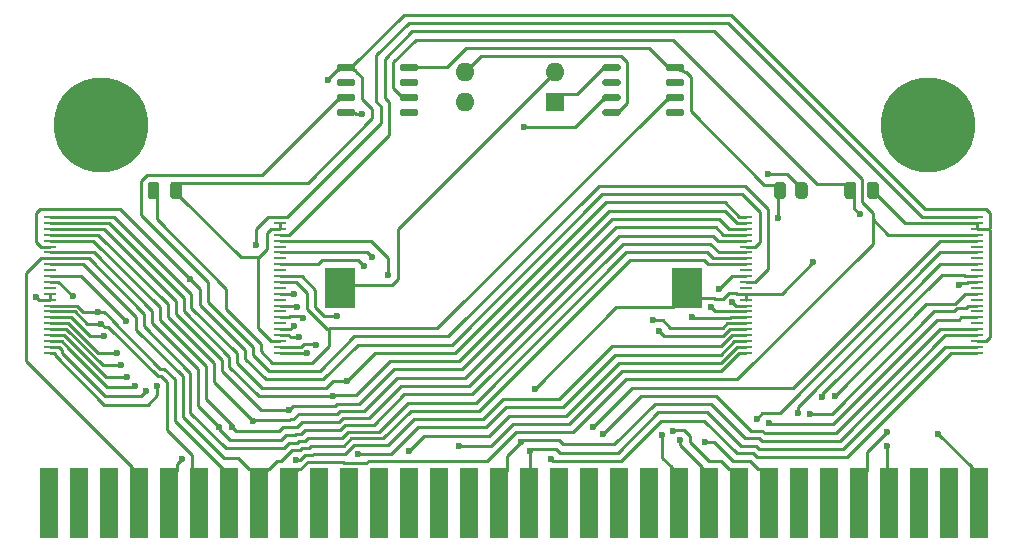
<source format=gtl>
G04 #@! TF.GenerationSoftware,KiCad,Pcbnew,(5.1.10)-1*
G04 #@! TF.CreationDate,2024-02-11T23:09:16+03:00*
G04 #@! TF.ProjectId,4m_cy62167e_x2,346d5f63-7936-4323-9136-37655f78322e,1*
G04 #@! TF.SameCoordinates,Original*
G04 #@! TF.FileFunction,Copper,L1,Top*
G04 #@! TF.FilePolarity,Positive*
%FSLAX46Y46*%
G04 Gerber Fmt 4.6, Leading zero omitted, Abs format (unit mm)*
G04 Created by KiCad (PCBNEW (5.1.10)-1) date 2024-02-11 23:09:16*
%MOMM*%
%LPD*%
G01*
G04 APERTURE LIST*
G04 #@! TA.AperFunction,ComponentPad*
%ADD10O,1.600000X1.600000*%
G04 #@! TD*
G04 #@! TA.AperFunction,ComponentPad*
%ADD11R,1.600000X1.600000*%
G04 #@! TD*
G04 #@! TA.AperFunction,SMDPad,CuDef*
%ADD12R,1.100000X0.250000*%
G04 #@! TD*
G04 #@! TA.AperFunction,WasherPad*
%ADD13C,8.000000*%
G04 #@! TD*
G04 #@! TA.AperFunction,SMDPad,CuDef*
%ADD14R,1.524000X6.000000*%
G04 #@! TD*
G04 #@! TA.AperFunction,SMDPad,CuDef*
%ADD15R,2.540000X3.510000*%
G04 #@! TD*
G04 #@! TA.AperFunction,ViaPad*
%ADD16C,0.600000*%
G04 #@! TD*
G04 #@! TA.AperFunction,Conductor*
%ADD17C,0.250000*%
G04 #@! TD*
G04 APERTURE END LIST*
G04 #@! TA.AperFunction,SMDPad,CuDef*
G36*
G01*
X95900000Y-144745000D02*
X95900000Y-144445000D01*
G75*
G02*
X96050000Y-144295000I150000J0D01*
G01*
X97300000Y-144295000D01*
G75*
G02*
X97450000Y-144445000I0J-150000D01*
G01*
X97450000Y-144745000D01*
G75*
G02*
X97300000Y-144895000I-150000J0D01*
G01*
X96050000Y-144895000D01*
G75*
G02*
X95900000Y-144745000I0J150000D01*
G01*
G37*
G04 #@! TD.AperFunction*
G04 #@! TA.AperFunction,SMDPad,CuDef*
G36*
G01*
X95900000Y-146015000D02*
X95900000Y-145715000D01*
G75*
G02*
X96050000Y-145565000I150000J0D01*
G01*
X97300000Y-145565000D01*
G75*
G02*
X97450000Y-145715000I0J-150000D01*
G01*
X97450000Y-146015000D01*
G75*
G02*
X97300000Y-146165000I-150000J0D01*
G01*
X96050000Y-146165000D01*
G75*
G02*
X95900000Y-146015000I0J150000D01*
G01*
G37*
G04 #@! TD.AperFunction*
G04 #@! TA.AperFunction,SMDPad,CuDef*
G36*
G01*
X95900000Y-147285000D02*
X95900000Y-146985000D01*
G75*
G02*
X96050000Y-146835000I150000J0D01*
G01*
X97300000Y-146835000D01*
G75*
G02*
X97450000Y-146985000I0J-150000D01*
G01*
X97450000Y-147285000D01*
G75*
G02*
X97300000Y-147435000I-150000J0D01*
G01*
X96050000Y-147435000D01*
G75*
G02*
X95900000Y-147285000I0J150000D01*
G01*
G37*
G04 #@! TD.AperFunction*
G04 #@! TA.AperFunction,SMDPad,CuDef*
G36*
G01*
X95900000Y-148555000D02*
X95900000Y-148255000D01*
G75*
G02*
X96050000Y-148105000I150000J0D01*
G01*
X97300000Y-148105000D01*
G75*
G02*
X97450000Y-148255000I0J-150000D01*
G01*
X97450000Y-148555000D01*
G75*
G02*
X97300000Y-148705000I-150000J0D01*
G01*
X96050000Y-148705000D01*
G75*
G02*
X95900000Y-148555000I0J150000D01*
G01*
G37*
G04 #@! TD.AperFunction*
G04 #@! TA.AperFunction,SMDPad,CuDef*
G36*
G01*
X90550000Y-148555000D02*
X90550000Y-148255000D01*
G75*
G02*
X90700000Y-148105000I150000J0D01*
G01*
X91950000Y-148105000D01*
G75*
G02*
X92100000Y-148255000I0J-150000D01*
G01*
X92100000Y-148555000D01*
G75*
G02*
X91950000Y-148705000I-150000J0D01*
G01*
X90700000Y-148705000D01*
G75*
G02*
X90550000Y-148555000I0J150000D01*
G01*
G37*
G04 #@! TD.AperFunction*
G04 #@! TA.AperFunction,SMDPad,CuDef*
G36*
G01*
X90550000Y-147285000D02*
X90550000Y-146985000D01*
G75*
G02*
X90700000Y-146835000I150000J0D01*
G01*
X91950000Y-146835000D01*
G75*
G02*
X92100000Y-146985000I0J-150000D01*
G01*
X92100000Y-147285000D01*
G75*
G02*
X91950000Y-147435000I-150000J0D01*
G01*
X90700000Y-147435000D01*
G75*
G02*
X90550000Y-147285000I0J150000D01*
G01*
G37*
G04 #@! TD.AperFunction*
G04 #@! TA.AperFunction,SMDPad,CuDef*
G36*
G01*
X90550000Y-146015000D02*
X90550000Y-145715000D01*
G75*
G02*
X90700000Y-145565000I150000J0D01*
G01*
X91950000Y-145565000D01*
G75*
G02*
X92100000Y-145715000I0J-150000D01*
G01*
X92100000Y-146015000D01*
G75*
G02*
X91950000Y-146165000I-150000J0D01*
G01*
X90700000Y-146165000D01*
G75*
G02*
X90550000Y-146015000I0J150000D01*
G01*
G37*
G04 #@! TD.AperFunction*
G04 #@! TA.AperFunction,SMDPad,CuDef*
G36*
G01*
X90550000Y-144745000D02*
X90550000Y-144445000D01*
G75*
G02*
X90700000Y-144295000I150000J0D01*
G01*
X91950000Y-144295000D01*
G75*
G02*
X92100000Y-144445000I0J-150000D01*
G01*
X92100000Y-144745000D01*
G75*
G02*
X91950000Y-144895000I-150000J0D01*
G01*
X90700000Y-144895000D01*
G75*
G02*
X90550000Y-144745000I0J150000D01*
G01*
G37*
G04 #@! TD.AperFunction*
G04 #@! TA.AperFunction,SMDPad,CuDef*
G36*
G01*
X118400000Y-144745000D02*
X118400000Y-144445000D01*
G75*
G02*
X118550000Y-144295000I150000J0D01*
G01*
X119800000Y-144295000D01*
G75*
G02*
X119950000Y-144445000I0J-150000D01*
G01*
X119950000Y-144745000D01*
G75*
G02*
X119800000Y-144895000I-150000J0D01*
G01*
X118550000Y-144895000D01*
G75*
G02*
X118400000Y-144745000I0J150000D01*
G01*
G37*
G04 #@! TD.AperFunction*
G04 #@! TA.AperFunction,SMDPad,CuDef*
G36*
G01*
X118400000Y-146015000D02*
X118400000Y-145715000D01*
G75*
G02*
X118550000Y-145565000I150000J0D01*
G01*
X119800000Y-145565000D01*
G75*
G02*
X119950000Y-145715000I0J-150000D01*
G01*
X119950000Y-146015000D01*
G75*
G02*
X119800000Y-146165000I-150000J0D01*
G01*
X118550000Y-146165000D01*
G75*
G02*
X118400000Y-146015000I0J150000D01*
G01*
G37*
G04 #@! TD.AperFunction*
G04 #@! TA.AperFunction,SMDPad,CuDef*
G36*
G01*
X118400000Y-147285000D02*
X118400000Y-146985000D01*
G75*
G02*
X118550000Y-146835000I150000J0D01*
G01*
X119800000Y-146835000D01*
G75*
G02*
X119950000Y-146985000I0J-150000D01*
G01*
X119950000Y-147285000D01*
G75*
G02*
X119800000Y-147435000I-150000J0D01*
G01*
X118550000Y-147435000D01*
G75*
G02*
X118400000Y-147285000I0J150000D01*
G01*
G37*
G04 #@! TD.AperFunction*
G04 #@! TA.AperFunction,SMDPad,CuDef*
G36*
G01*
X118400000Y-148555000D02*
X118400000Y-148255000D01*
G75*
G02*
X118550000Y-148105000I150000J0D01*
G01*
X119800000Y-148105000D01*
G75*
G02*
X119950000Y-148255000I0J-150000D01*
G01*
X119950000Y-148555000D01*
G75*
G02*
X119800000Y-148705000I-150000J0D01*
G01*
X118550000Y-148705000D01*
G75*
G02*
X118400000Y-148555000I0J150000D01*
G01*
G37*
G04 #@! TD.AperFunction*
G04 #@! TA.AperFunction,SMDPad,CuDef*
G36*
G01*
X113050000Y-148555000D02*
X113050000Y-148255000D01*
G75*
G02*
X113200000Y-148105000I150000J0D01*
G01*
X114450000Y-148105000D01*
G75*
G02*
X114600000Y-148255000I0J-150000D01*
G01*
X114600000Y-148555000D01*
G75*
G02*
X114450000Y-148705000I-150000J0D01*
G01*
X113200000Y-148705000D01*
G75*
G02*
X113050000Y-148555000I0J150000D01*
G01*
G37*
G04 #@! TD.AperFunction*
G04 #@! TA.AperFunction,SMDPad,CuDef*
G36*
G01*
X113050000Y-147285000D02*
X113050000Y-146985000D01*
G75*
G02*
X113200000Y-146835000I150000J0D01*
G01*
X114450000Y-146835000D01*
G75*
G02*
X114600000Y-146985000I0J-150000D01*
G01*
X114600000Y-147285000D01*
G75*
G02*
X114450000Y-147435000I-150000J0D01*
G01*
X113200000Y-147435000D01*
G75*
G02*
X113050000Y-147285000I0J150000D01*
G01*
G37*
G04 #@! TD.AperFunction*
G04 #@! TA.AperFunction,SMDPad,CuDef*
G36*
G01*
X113050000Y-146015000D02*
X113050000Y-145715000D01*
G75*
G02*
X113200000Y-145565000I150000J0D01*
G01*
X114450000Y-145565000D01*
G75*
G02*
X114600000Y-145715000I0J-150000D01*
G01*
X114600000Y-146015000D01*
G75*
G02*
X114450000Y-146165000I-150000J0D01*
G01*
X113200000Y-146165000D01*
G75*
G02*
X113050000Y-146015000I0J150000D01*
G01*
G37*
G04 #@! TD.AperFunction*
G04 #@! TA.AperFunction,SMDPad,CuDef*
G36*
G01*
X113050000Y-144745000D02*
X113050000Y-144445000D01*
G75*
G02*
X113200000Y-144295000I150000J0D01*
G01*
X114450000Y-144295000D01*
G75*
G02*
X114600000Y-144445000I0J-150000D01*
G01*
X114600000Y-144745000D01*
G75*
G02*
X114450000Y-144895000I-150000J0D01*
G01*
X113200000Y-144895000D01*
G75*
G02*
X113050000Y-144745000I0J150000D01*
G01*
G37*
G04 #@! TD.AperFunction*
G04 #@! TA.AperFunction,SMDPad,CuDef*
G36*
G01*
X129400000Y-155450001D02*
X129400000Y-154549999D01*
G75*
G02*
X129649999Y-154300000I249999J0D01*
G01*
X130175001Y-154300000D01*
G75*
G02*
X130425000Y-154549999I0J-249999D01*
G01*
X130425000Y-155450001D01*
G75*
G02*
X130175001Y-155700000I-249999J0D01*
G01*
X129649999Y-155700000D01*
G75*
G02*
X129400000Y-155450001I0J249999D01*
G01*
G37*
G04 #@! TD.AperFunction*
G04 #@! TA.AperFunction,SMDPad,CuDef*
G36*
G01*
X127575000Y-155450001D02*
X127575000Y-154549999D01*
G75*
G02*
X127824999Y-154300000I249999J0D01*
G01*
X128350001Y-154300000D01*
G75*
G02*
X128600000Y-154549999I0J-249999D01*
G01*
X128600000Y-155450001D01*
G75*
G02*
X128350001Y-155700000I-249999J0D01*
G01*
X127824999Y-155700000D01*
G75*
G02*
X127575000Y-155450001I0J249999D01*
G01*
G37*
G04 #@! TD.AperFunction*
D10*
X101380000Y-147549000D03*
X109000000Y-145009000D03*
X101380000Y-145009000D03*
D11*
X109000000Y-147549000D03*
D12*
X85750000Y-157250000D03*
X85750000Y-157750000D03*
X85750000Y-158250000D03*
X85750000Y-158750000D03*
X85750000Y-159250000D03*
X85750000Y-159750000D03*
X85750000Y-160250000D03*
X85750000Y-160750000D03*
X85750000Y-161250000D03*
X85750000Y-161750000D03*
X85750000Y-162250000D03*
X85750000Y-162750000D03*
X85750000Y-163250000D03*
X85750000Y-163750000D03*
X85750000Y-164250000D03*
X85750000Y-164750000D03*
X85750000Y-165250000D03*
X85750000Y-165750000D03*
X85750000Y-166250000D03*
X85750000Y-166750000D03*
X85750000Y-167250000D03*
X85750000Y-167750000D03*
X85750000Y-168250000D03*
X66250000Y-168750000D03*
X66250000Y-168250000D03*
X66250000Y-167750000D03*
X66250000Y-167250000D03*
X66250000Y-166750000D03*
X66250000Y-166250000D03*
X66250000Y-165750000D03*
X66250000Y-165250000D03*
X66250000Y-164750000D03*
X66250000Y-164250000D03*
X66250000Y-163750000D03*
X66250000Y-163250000D03*
X66250000Y-162750000D03*
X66250000Y-162250000D03*
X66250000Y-161750000D03*
X66250000Y-161250000D03*
X66250000Y-160750000D03*
X66250000Y-160250000D03*
X66250000Y-159750000D03*
X66250000Y-159250000D03*
X66250000Y-158750000D03*
X66250000Y-158250000D03*
X66250000Y-157750000D03*
X85750000Y-168750000D03*
X66250000Y-157250000D03*
X144750000Y-157250000D03*
X144750000Y-157750000D03*
X144750000Y-158250000D03*
X144750000Y-158750000D03*
X144750000Y-159250000D03*
X144750000Y-159750000D03*
X144750000Y-160250000D03*
X144750000Y-160750000D03*
X144750000Y-161250000D03*
X144750000Y-161750000D03*
X144750000Y-162250000D03*
X144750000Y-162750000D03*
X144750000Y-163250000D03*
X144750000Y-163750000D03*
X144750000Y-164250000D03*
X144750000Y-164750000D03*
X144750000Y-165250000D03*
X144750000Y-165750000D03*
X144750000Y-166250000D03*
X144750000Y-166750000D03*
X144750000Y-167250000D03*
X144750000Y-167750000D03*
X144750000Y-168250000D03*
X125250000Y-168750000D03*
X125250000Y-168250000D03*
X125250000Y-167750000D03*
X125250000Y-167250000D03*
X125250000Y-166750000D03*
X125250000Y-166250000D03*
X125250000Y-165750000D03*
X125250000Y-165250000D03*
X125250000Y-164750000D03*
X125250000Y-164250000D03*
X125250000Y-163750000D03*
X125250000Y-163250000D03*
X125250000Y-162750000D03*
X125250000Y-162250000D03*
X125250000Y-161750000D03*
X125250000Y-161250000D03*
X125250000Y-160750000D03*
X125250000Y-160250000D03*
X125250000Y-159750000D03*
X125250000Y-159250000D03*
X125250000Y-158750000D03*
X125250000Y-158250000D03*
X125250000Y-157750000D03*
X144750000Y-168750000D03*
X125250000Y-157250000D03*
D13*
X70600000Y-149500000D03*
D14*
X66225000Y-181500000D03*
X68765000Y-181500000D03*
X71305000Y-181500000D03*
X73845000Y-181500000D03*
X76385000Y-181500000D03*
X78925000Y-181500000D03*
X81465000Y-181500000D03*
X84005000Y-181500000D03*
X86545000Y-181500000D03*
X89085000Y-181500000D03*
X91625000Y-181500000D03*
X94165000Y-181500000D03*
X96705000Y-181500000D03*
X99245000Y-181500000D03*
X101785000Y-181500000D03*
X104325000Y-181500000D03*
X106865000Y-181500000D03*
X109405000Y-181500000D03*
X111945000Y-181500000D03*
X114485000Y-181500000D03*
X117025000Y-181500000D03*
X119565000Y-181500000D03*
X122105000Y-181500000D03*
X124645000Y-181500000D03*
X127185000Y-181500000D03*
X129725000Y-181500000D03*
X132265000Y-181500000D03*
X134805000Y-181500000D03*
X137345000Y-181500000D03*
X139885000Y-181500000D03*
X142425000Y-181500000D03*
X144965000Y-181500000D03*
D13*
X140600000Y-149500000D03*
G04 #@! TA.AperFunction,SMDPad,CuDef*
G36*
G01*
X74550000Y-155475000D02*
X74550000Y-154525000D01*
G75*
G02*
X74800000Y-154275000I250000J0D01*
G01*
X75300000Y-154275000D01*
G75*
G02*
X75550000Y-154525000I0J-250000D01*
G01*
X75550000Y-155475000D01*
G75*
G02*
X75300000Y-155725000I-250000J0D01*
G01*
X74800000Y-155725000D01*
G75*
G02*
X74550000Y-155475000I0J250000D01*
G01*
G37*
G04 #@! TD.AperFunction*
G04 #@! TA.AperFunction,SMDPad,CuDef*
G36*
G01*
X76450000Y-155475000D02*
X76450000Y-154525000D01*
G75*
G02*
X76700000Y-154275000I250000J0D01*
G01*
X77200000Y-154275000D01*
G75*
G02*
X77450000Y-154525000I0J-250000D01*
G01*
X77450000Y-155475000D01*
G75*
G02*
X77200000Y-155725000I-250000J0D01*
G01*
X76700000Y-155725000D01*
G75*
G02*
X76450000Y-155475000I0J250000D01*
G01*
G37*
G04 #@! TD.AperFunction*
G04 #@! TA.AperFunction,SMDPad,CuDef*
G36*
G01*
X135450000Y-155475000D02*
X135450000Y-154525000D01*
G75*
G02*
X135700000Y-154275000I250000J0D01*
G01*
X136200000Y-154275000D01*
G75*
G02*
X136450000Y-154525000I0J-250000D01*
G01*
X136450000Y-155475000D01*
G75*
G02*
X136200000Y-155725000I-250000J0D01*
G01*
X135700000Y-155725000D01*
G75*
G02*
X135450000Y-155475000I0J250000D01*
G01*
G37*
G04 #@! TD.AperFunction*
G04 #@! TA.AperFunction,SMDPad,CuDef*
G36*
G01*
X133550000Y-155475000D02*
X133550000Y-154525000D01*
G75*
G02*
X133800000Y-154275000I250000J0D01*
G01*
X134300000Y-154275000D01*
G75*
G02*
X134550000Y-154525000I0J-250000D01*
G01*
X134550000Y-155475000D01*
G75*
G02*
X134300000Y-155725000I-250000J0D01*
G01*
X133800000Y-155725000D01*
G75*
G02*
X133550000Y-155475000I0J250000D01*
G01*
G37*
G04 #@! TD.AperFunction*
D15*
X90820000Y-163251000D03*
X120180000Y-163251000D03*
D16*
X127950300Y-157358700D03*
X107337100Y-171773800D03*
X65099900Y-164033100D03*
X89792800Y-145626300D03*
X130922800Y-161056600D03*
X77466000Y-177760400D03*
X80633000Y-175051200D03*
X122213500Y-164909000D03*
X70631700Y-166282700D03*
X124045000Y-164424600D03*
X70355200Y-165253100D03*
X87371100Y-167373200D03*
X106129000Y-176339200D03*
X106914100Y-177040100D03*
X88774900Y-168048900D03*
X118116500Y-175677200D03*
X94883700Y-162128400D03*
X119600000Y-176127500D03*
X93583900Y-160645400D03*
X119039000Y-175376900D03*
X92847200Y-161413400D03*
X121712200Y-176320300D03*
X90564700Y-165623400D03*
X137139600Y-175426500D03*
X122903500Y-163386500D03*
X137173400Y-176627300D03*
X72751200Y-166085500D03*
X120612900Y-165743600D03*
X70861800Y-167354200D03*
X78112000Y-162459800D03*
X117314200Y-165989600D03*
X71957400Y-168753300D03*
X81688000Y-175033600D03*
X117857500Y-166934400D03*
X72337500Y-169816600D03*
X83432700Y-174528400D03*
X72814000Y-170798700D03*
X87131800Y-177802900D03*
X86489300Y-173611600D03*
X73499600Y-171552400D03*
X92324400Y-177314300D03*
X90204100Y-172422000D03*
X96673900Y-177049800D03*
X74425100Y-172012800D03*
X91425300Y-171165400D03*
X75360000Y-171586400D03*
X100871500Y-176634900D03*
X83749800Y-159637400D03*
X88081500Y-168725600D03*
X108738100Y-177749900D03*
X112245300Y-175004600D03*
X113136800Y-175624600D03*
X86907600Y-166489700D03*
X126106200Y-174332100D03*
X127134300Y-174719700D03*
X87697000Y-165791500D03*
X129602600Y-173836400D03*
X130657700Y-173908000D03*
X87160800Y-164856100D03*
X131676700Y-172473200D03*
X132742800Y-172391300D03*
X86935100Y-163804900D03*
X141472300Y-175599800D03*
X127085900Y-153623100D03*
X143267400Y-163001200D03*
X134837300Y-157033300D03*
X92700700Y-148495800D03*
X68193200Y-163947400D03*
X106392700Y-149600700D03*
D17*
X128087500Y-155000000D02*
X127575900Y-154528200D01*
X127575900Y-154528200D02*
X126753600Y-154528200D01*
X126753600Y-154528200D02*
X120516600Y-148291200D01*
X120516600Y-148291200D02*
X120516600Y-145406200D01*
X120516600Y-145406200D02*
X120119900Y-145009500D01*
X120119900Y-145009500D02*
X120027700Y-145009500D01*
X120027700Y-145009500D02*
X119886000Y-144867800D01*
X119886000Y-144867800D02*
X119175000Y-144595000D01*
X119175000Y-144595000D02*
X118427100Y-144358900D01*
X118427100Y-144358900D02*
X118427000Y-144358900D01*
X118427000Y-144358900D02*
X117001900Y-142933800D01*
X117001900Y-142933800D02*
X101510500Y-142933800D01*
X101510500Y-142933800D02*
X99874300Y-144570000D01*
X99874300Y-144570000D02*
X97450600Y-144570000D01*
X97450600Y-144570000D02*
X97325600Y-144570000D01*
X97325600Y-144570000D02*
X96675000Y-144595000D01*
X128087500Y-155000000D02*
X127950300Y-155576000D01*
X127950300Y-155576000D02*
X127950300Y-155701000D01*
X127950300Y-155701000D02*
X127950300Y-157358700D01*
X109000000Y-147549000D02*
X109675000Y-146874000D01*
X109675000Y-146874000D02*
X109800000Y-146874000D01*
X109800000Y-146874000D02*
X110930300Y-146874000D01*
X110930300Y-146874000D02*
X113046300Y-144758000D01*
X113046300Y-144758000D02*
X113050500Y-144758000D01*
X113050500Y-144758000D02*
X113825000Y-144595000D01*
X85750000Y-158250000D02*
X85200000Y-158250000D01*
X85200000Y-158250000D02*
X84992900Y-158250000D01*
X84992900Y-158250000D02*
X84624900Y-158618000D01*
X84624900Y-158618000D02*
X84624900Y-159999900D01*
X84624900Y-159999900D02*
X83983800Y-160641000D01*
X83983800Y-160641000D02*
X83866600Y-160641000D01*
X66250000Y-164250000D02*
X66250000Y-164125000D01*
X66250000Y-164125000D02*
X66250000Y-163875000D01*
X66250000Y-163875000D02*
X66250000Y-163750000D01*
X135950000Y-155000000D02*
X136441400Y-155539700D01*
X136441400Y-155539700D02*
X136444500Y-155539700D01*
X136444500Y-155539700D02*
X138654800Y-157750000D01*
X138654800Y-157750000D02*
X144200000Y-157750000D01*
X144200000Y-157750000D02*
X144750000Y-157750000D01*
X120180000Y-163251000D02*
X121325000Y-164126800D01*
X121325000Y-164126800D02*
X121450000Y-164126800D01*
X121450000Y-164126800D02*
X122537500Y-164126800D01*
X122537500Y-164126800D02*
X122567800Y-164157100D01*
X122567800Y-164157100D02*
X123248000Y-164157100D01*
X123248000Y-164157100D02*
X123733200Y-163671900D01*
X123733200Y-163671900D02*
X124356800Y-163671900D01*
X124356800Y-163671900D02*
X124434900Y-163750000D01*
X124434900Y-163750000D02*
X124700000Y-163750000D01*
X124700000Y-163750000D02*
X125250000Y-163750000D01*
X144750000Y-157750000D02*
X144750000Y-157875000D01*
X144750000Y-157875000D02*
X144750000Y-158125000D01*
X144750000Y-158125000D02*
X144750000Y-158250000D01*
X144750000Y-158250000D02*
X145300000Y-158250000D01*
X145300000Y-158250000D02*
X145747500Y-158250000D01*
X83866600Y-160641000D02*
X82427300Y-160641000D01*
X82427300Y-160641000D02*
X77404700Y-155618400D01*
X77404700Y-155618400D02*
X76950000Y-155000000D01*
X85750000Y-158250000D02*
X85750000Y-158125000D01*
X85750000Y-158125000D02*
X85750000Y-157875000D01*
X85750000Y-157875000D02*
X85750000Y-157750000D01*
X91325000Y-144595000D02*
X92036000Y-144322100D01*
X92036000Y-144322100D02*
X96224700Y-140133400D01*
X96224700Y-140133400D02*
X123965300Y-140133400D01*
X123965300Y-140133400D02*
X140381800Y-156549900D01*
X140381800Y-156549900D02*
X145538200Y-156549900D01*
X145538200Y-156549900D02*
X145875100Y-156886800D01*
X145875100Y-156886800D02*
X145875100Y-158122400D01*
X145875100Y-158122400D02*
X145747500Y-158250000D01*
X66250000Y-164250000D02*
X65700000Y-164250000D01*
X65700000Y-164250000D02*
X65316800Y-164250000D01*
X65316800Y-164250000D02*
X65099900Y-164033100D01*
X125250000Y-163750000D02*
X125800000Y-163750000D01*
X125800000Y-163750000D02*
X128229400Y-163750000D01*
X128229400Y-163750000D02*
X130922800Y-161056600D01*
X144750000Y-167750000D02*
X145300000Y-167750000D01*
X145300000Y-167750000D02*
X145507100Y-167750000D01*
X145507100Y-167750000D02*
X145875100Y-167382000D01*
X145875100Y-167382000D02*
X145875100Y-158377600D01*
X145875100Y-158377600D02*
X145747500Y-158250000D01*
X76950000Y-155000000D02*
X77376700Y-154348200D01*
X77376700Y-154348200D02*
X77383100Y-154341800D01*
X77383100Y-154341800D02*
X88092300Y-154341800D01*
X88092300Y-154341800D02*
X93575800Y-148858300D01*
X93575800Y-148858300D02*
X93575800Y-148133300D01*
X93575800Y-148133300D02*
X92666600Y-147224100D01*
X92666600Y-147224100D02*
X92666600Y-145406200D01*
X92666600Y-145406200D02*
X92303500Y-145043100D01*
X92303500Y-145043100D02*
X92284900Y-145043100D01*
X92284900Y-145043100D02*
X92072800Y-144831000D01*
X92072800Y-144831000D02*
X91325000Y-144595000D01*
X85750000Y-167750000D02*
X85200000Y-167750000D01*
X85200000Y-167750000D02*
X84992900Y-167750000D01*
X84992900Y-167750000D02*
X83866600Y-166623700D01*
X83866600Y-166623700D02*
X83866600Y-160641000D01*
X107337100Y-171773800D02*
X114229900Y-164881000D01*
X114229900Y-164881000D02*
X118910000Y-164881000D01*
X118910000Y-164881000D02*
X119035000Y-164881000D01*
X119035000Y-164881000D02*
X120180000Y-163251000D01*
X91325000Y-144595000D02*
X90564000Y-144808400D01*
X90564000Y-144808400D02*
X89792800Y-145579600D01*
X89792800Y-145579600D02*
X89792800Y-145626300D01*
X125250000Y-164250000D02*
X125250000Y-164125000D01*
X125250000Y-164125000D02*
X125250000Y-163875000D01*
X125250000Y-163875000D02*
X125250000Y-163750000D01*
X66250000Y-160750000D02*
X66800000Y-160750000D01*
X66800000Y-160750000D02*
X69550200Y-160750000D01*
X69550200Y-160750000D02*
X74260500Y-165460300D01*
X74260500Y-165460300D02*
X74260500Y-166511300D01*
X74260500Y-166511300D02*
X78171200Y-170422000D01*
X78171200Y-170422000D02*
X78171200Y-173827000D01*
X78171200Y-173827000D02*
X81147900Y-176803700D01*
X81147900Y-176803700D02*
X86072800Y-176803700D01*
X86072800Y-176803700D02*
X86529000Y-176347500D01*
X86529000Y-176347500D02*
X87220400Y-176347500D01*
X87220400Y-176347500D02*
X87362100Y-176205800D01*
X87362100Y-176205800D02*
X87858800Y-176205800D01*
X87858800Y-176205800D02*
X88118700Y-175945900D01*
X88118700Y-175945900D02*
X91001300Y-175945900D01*
X91001300Y-175945900D02*
X91536100Y-175411100D01*
X91536100Y-175411100D02*
X94104700Y-175411100D01*
X94104700Y-175411100D02*
X96556400Y-172959400D01*
X96556400Y-172959400D02*
X102330700Y-172959400D01*
X102330700Y-172959400D02*
X115069300Y-160220800D01*
X115069300Y-160220800D02*
X121903100Y-160220800D01*
X121903100Y-160220800D02*
X122432300Y-160750000D01*
X122432300Y-160750000D02*
X124700000Y-160750000D01*
X124700000Y-160750000D02*
X125250000Y-160750000D01*
X73845000Y-181500000D02*
X73208000Y-178625000D01*
X73208000Y-178625000D02*
X73208000Y-178500000D01*
X73208000Y-178500000D02*
X73208000Y-178448200D01*
X73208000Y-178448200D02*
X64224800Y-169465000D01*
X64224800Y-169465000D02*
X64224800Y-162018100D01*
X64224800Y-162018100D02*
X65492900Y-160750000D01*
X65492900Y-160750000D02*
X65700000Y-160750000D01*
X65700000Y-160750000D02*
X66250000Y-160750000D01*
X76385000Y-181500000D02*
X77022000Y-178625000D01*
X77022000Y-178625000D02*
X77022000Y-178500000D01*
X77022000Y-178500000D02*
X77022000Y-178204400D01*
X77022000Y-178204400D02*
X77466000Y-177760400D01*
X80633000Y-175051200D02*
X80633000Y-175216200D01*
X80633000Y-175216200D02*
X81520400Y-176103600D01*
X81520400Y-176103600D02*
X85867300Y-176103600D01*
X85867300Y-176103600D02*
X86263700Y-175707200D01*
X86263700Y-175707200D02*
X87005400Y-175707200D01*
X87005400Y-175707200D02*
X87111600Y-175601000D01*
X87111600Y-175601000D02*
X87534600Y-175601000D01*
X87534600Y-175601000D02*
X87859500Y-175276100D01*
X87859500Y-175276100D02*
X90856300Y-175276100D01*
X90856300Y-175276100D02*
X91297400Y-174835000D01*
X91297400Y-174835000D02*
X93690800Y-174835000D01*
X93690800Y-174835000D02*
X96266500Y-172259300D01*
X96266500Y-172259300D02*
X102040700Y-172259300D01*
X102040700Y-172259300D02*
X114779300Y-159520700D01*
X114779300Y-159520700D02*
X122155500Y-159520700D01*
X122155500Y-159520700D02*
X122884800Y-160250000D01*
X122884800Y-160250000D02*
X124700000Y-160250000D01*
X124700000Y-160250000D02*
X125250000Y-160250000D01*
X66250000Y-160250000D02*
X66800000Y-160250000D01*
X66800000Y-160250000D02*
X69993700Y-160250000D01*
X69993700Y-160250000D02*
X74927700Y-165184000D01*
X74927700Y-165184000D02*
X74927700Y-166246400D01*
X74927700Y-166246400D02*
X78830300Y-170149000D01*
X78830300Y-170149000D02*
X78830300Y-173248500D01*
X78830300Y-173248500D02*
X80633000Y-175051200D01*
X78925000Y-181500000D02*
X78341100Y-178625000D01*
X78341100Y-178625000D02*
X78341100Y-178500000D01*
X78341100Y-178500000D02*
X78341100Y-177397900D01*
X78341100Y-177397900D02*
X76194100Y-175250900D01*
X76194100Y-175250900D02*
X76194100Y-171240900D01*
X76194100Y-171240900D02*
X75705500Y-170752300D01*
X75705500Y-170752300D02*
X75395100Y-170752300D01*
X75395100Y-170752300D02*
X71194300Y-166551500D01*
X71194300Y-166551500D02*
X70900500Y-166551500D01*
X70900500Y-166551500D02*
X70631700Y-166282700D01*
X125250000Y-165250000D02*
X124700000Y-165250000D01*
X124700000Y-165250000D02*
X122554500Y-165250000D01*
X122554500Y-165250000D02*
X122213500Y-164909000D01*
X70631700Y-166282700D02*
X69422200Y-166281400D01*
X69422200Y-166281400D02*
X68388100Y-165247200D01*
X68388100Y-165247200D02*
X66800000Y-165250000D01*
X66800000Y-165250000D02*
X66250000Y-165250000D01*
X81465000Y-181500000D02*
X80828000Y-178625000D01*
X80828000Y-178625000D02*
X80828000Y-178500000D01*
X80828000Y-178500000D02*
X80828000Y-178448200D01*
X80828000Y-178448200D02*
X80754800Y-178375000D01*
X80754800Y-178375000D02*
X80739000Y-178375000D01*
X80739000Y-178375000D02*
X76853100Y-174489100D01*
X76853100Y-174489100D02*
X76853100Y-170967900D01*
X76853100Y-170967900D02*
X75978500Y-170093300D01*
X75978500Y-170093300D02*
X75623800Y-170093300D01*
X75623800Y-170093300D02*
X71506800Y-165976300D01*
X71506800Y-165976300D02*
X71506800Y-165920200D01*
X71506800Y-165920200D02*
X70839700Y-165253100D01*
X70839700Y-165253100D02*
X70355200Y-165253100D01*
X125250000Y-164750000D02*
X124700000Y-164750000D01*
X124700000Y-164750000D02*
X124370400Y-164750000D01*
X124370400Y-164750000D02*
X124045000Y-164424600D01*
X66250000Y-164750000D02*
X66800000Y-164750000D01*
X66800000Y-164750000D02*
X68554000Y-164749300D01*
X68554000Y-164749300D02*
X69064700Y-165253600D01*
X69064700Y-165253600D02*
X70355200Y-165253100D01*
X84005000Y-181500000D02*
X84642000Y-178625000D01*
X84642000Y-178625000D02*
X84767000Y-178625000D01*
X84767000Y-178625000D02*
X84844700Y-178625000D01*
X84844700Y-178625000D02*
X85544800Y-177924900D01*
X85544800Y-177924900D02*
X85856900Y-177924900D01*
X85856900Y-177924900D02*
X86794100Y-176987700D01*
X86794100Y-176987700D02*
X87435500Y-176987700D01*
X87435500Y-176987700D02*
X87612600Y-176810600D01*
X87612600Y-176810600D02*
X88183100Y-176810600D01*
X88183100Y-176810600D02*
X88378000Y-176615700D01*
X88378000Y-176615700D02*
X91146100Y-176615700D01*
X91146100Y-176615700D02*
X91774700Y-175987100D01*
X91774700Y-175987100D02*
X94518800Y-175987100D01*
X94518800Y-175987100D02*
X96846400Y-173659500D01*
X96846400Y-173659500D02*
X102620700Y-173659500D01*
X102620700Y-173659500D02*
X115359300Y-160920900D01*
X115359300Y-160920900D02*
X121650600Y-160920900D01*
X121650600Y-160920900D02*
X121979700Y-161250000D01*
X121979700Y-161250000D02*
X124700000Y-161250000D01*
X124700000Y-161250000D02*
X125250000Y-161250000D01*
X84005000Y-181500000D02*
X83368000Y-178625000D01*
X83368000Y-178625000D02*
X83243000Y-178625000D01*
X83243000Y-178625000D02*
X83165300Y-178625000D01*
X83165300Y-178625000D02*
X82214700Y-177674400D01*
X82214700Y-177674400D02*
X81028500Y-177674400D01*
X81028500Y-177674400D02*
X77512200Y-174158100D01*
X77512200Y-174158100D02*
X77512200Y-170694900D01*
X77512200Y-170694900D02*
X73593400Y-166776100D01*
X73593400Y-166776100D02*
X73593400Y-165736600D01*
X73593400Y-165736600D02*
X69106800Y-161250000D01*
X69106800Y-161250000D02*
X66800000Y-161250000D01*
X66800000Y-161250000D02*
X66250000Y-161250000D01*
X85750000Y-158750000D02*
X86300000Y-158750000D01*
X86300000Y-158750000D02*
X86507100Y-158750000D01*
X86507100Y-158750000D02*
X94976000Y-150281100D01*
X94976000Y-150281100D02*
X94976000Y-147553300D01*
X94976000Y-147553300D02*
X94624200Y-147201500D01*
X94624200Y-147201500D02*
X94624200Y-143855200D01*
X94624200Y-143855200D02*
X96945800Y-141533600D01*
X96945800Y-141533600D02*
X122463900Y-141533600D01*
X122463900Y-141533600D02*
X135000000Y-154069700D01*
X135000000Y-154069700D02*
X135000000Y-155958400D01*
X135000000Y-155958400D02*
X135925200Y-156883600D01*
X135925200Y-156883600D02*
X135925200Y-157401000D01*
X144750000Y-158750000D02*
X144200000Y-158750000D01*
X144200000Y-158750000D02*
X137274200Y-158750000D01*
X137274200Y-158750000D02*
X135925200Y-157401000D01*
X86545000Y-181500000D02*
X87182000Y-178625000D01*
X87182000Y-178625000D02*
X87307000Y-178625000D01*
X87307000Y-178625000D02*
X87493600Y-178625000D01*
X87493600Y-178625000D02*
X88098400Y-178020200D01*
X88098400Y-178020200D02*
X89556300Y-178020200D01*
X89556300Y-178020200D02*
X89621300Y-177955200D01*
X89621300Y-177955200D02*
X91088700Y-177955200D01*
X91088700Y-177955200D02*
X91190700Y-178057200D01*
X91190700Y-178057200D02*
X93086100Y-178057200D01*
X93086100Y-178057200D02*
X93218400Y-177924900D01*
X93218400Y-177924900D02*
X103305700Y-177924900D01*
X103305700Y-177924900D02*
X105766500Y-175464100D01*
X105766500Y-175464100D02*
X110548200Y-175464100D01*
X110548200Y-175464100D02*
X115011000Y-171001300D01*
X115011000Y-171001300D02*
X124487000Y-171001300D01*
X124487000Y-171001300D02*
X135925200Y-159563100D01*
X135925200Y-159563100D02*
X135925200Y-157401000D01*
X87371100Y-167373200D02*
X86630300Y-167373200D01*
X86630300Y-167373200D02*
X86507100Y-167250000D01*
X86507100Y-167250000D02*
X86300000Y-167250000D01*
X86300000Y-167250000D02*
X85750000Y-167250000D01*
X104325000Y-181500000D02*
X104962000Y-178625000D01*
X104962000Y-178625000D02*
X104962000Y-178500000D01*
X104962000Y-178500000D02*
X104962000Y-177506200D01*
X104962000Y-177506200D02*
X106129000Y-176339200D01*
X144750000Y-167250000D02*
X144200000Y-167250000D01*
X144200000Y-167250000D02*
X142098300Y-167250000D01*
X142098300Y-167250000D02*
X133165000Y-176183300D01*
X133165000Y-176183300D02*
X126538000Y-176183300D01*
X126538000Y-176183300D02*
X126328400Y-175973700D01*
X126328400Y-175973700D02*
X125114400Y-175973700D01*
X125114400Y-175973700D02*
X122242300Y-173101600D01*
X122242300Y-173101600D02*
X117474300Y-173101600D01*
X117474300Y-173101600D02*
X114076200Y-176499700D01*
X114076200Y-176499700D02*
X109715600Y-176499700D01*
X109715600Y-176499700D02*
X109380900Y-176165000D01*
X109380900Y-176165000D02*
X106303200Y-176165000D01*
X106303200Y-176165000D02*
X106129000Y-176339200D01*
X106914100Y-177040100D02*
X107079400Y-176874800D01*
X107079400Y-176874800D02*
X109100600Y-176874800D01*
X109100600Y-176874800D02*
X109425600Y-177199800D01*
X109425600Y-177199800D02*
X114366200Y-177199800D01*
X114366200Y-177199800D02*
X117764300Y-173801700D01*
X117764300Y-173801700D02*
X121952300Y-173801700D01*
X121952300Y-173801700D02*
X124765000Y-176614400D01*
X124765000Y-176614400D02*
X126063000Y-176614400D01*
X126063000Y-176614400D02*
X126332000Y-176883400D01*
X126332000Y-176883400D02*
X133455000Y-176883400D01*
X133455000Y-176883400D02*
X142088400Y-168250000D01*
X142088400Y-168250000D02*
X144200000Y-168250000D01*
X144200000Y-168250000D02*
X144750000Y-168250000D01*
X88774900Y-168048900D02*
X88722300Y-167996300D01*
X88722300Y-167996300D02*
X87779400Y-167996300D01*
X87779400Y-167996300D02*
X87525700Y-168250000D01*
X87525700Y-168250000D02*
X86300000Y-168250000D01*
X86300000Y-168250000D02*
X85750000Y-168250000D01*
X106865000Y-181500000D02*
X106914100Y-178625000D01*
X106914100Y-178625000D02*
X106914100Y-178500000D01*
X106914100Y-178500000D02*
X106914100Y-177040100D01*
X94883700Y-162128400D02*
X94883700Y-160707600D01*
X94883700Y-160707600D02*
X93426100Y-159250000D01*
X93426100Y-159250000D02*
X86300000Y-159250000D01*
X86300000Y-159250000D02*
X85750000Y-159250000D01*
X119565000Y-181500000D02*
X118928000Y-178625000D01*
X118928000Y-178625000D02*
X118928000Y-178500000D01*
X118928000Y-178500000D02*
X118928000Y-178448200D01*
X118928000Y-178448200D02*
X118116500Y-177636700D01*
X118116500Y-177636700D02*
X118116500Y-175677200D01*
X93583900Y-160645400D02*
X93159300Y-160220800D01*
X93159300Y-160220800D02*
X89021800Y-160220800D01*
X89021800Y-160220800D02*
X88992600Y-160250000D01*
X88992600Y-160250000D02*
X86300000Y-160250000D01*
X86300000Y-160250000D02*
X85750000Y-160250000D01*
X122105000Y-181500000D02*
X121468000Y-178625000D01*
X121468000Y-178625000D02*
X121468000Y-178500000D01*
X121468000Y-178500000D02*
X121468000Y-178448200D01*
X121468000Y-178448200D02*
X119600000Y-176580200D01*
X119600000Y-176580200D02*
X119600000Y-176127500D01*
X92847200Y-161413400D02*
X92354700Y-160920900D01*
X92354700Y-160920900D02*
X89311800Y-160920900D01*
X89311800Y-160920900D02*
X88982700Y-161250000D01*
X88982700Y-161250000D02*
X86300000Y-161250000D01*
X86300000Y-161250000D02*
X85750000Y-161250000D01*
X124645000Y-181500000D02*
X124008000Y-178625000D01*
X124008000Y-178625000D02*
X123883000Y-178625000D01*
X123883000Y-178625000D02*
X123805300Y-178625000D01*
X123805300Y-178625000D02*
X123105200Y-177924900D01*
X123105200Y-177924900D02*
X122079200Y-177924900D01*
X122079200Y-177924900D02*
X120475100Y-176320800D01*
X120475100Y-176320800D02*
X120475100Y-175765000D01*
X120475100Y-175765000D02*
X119962500Y-175252400D01*
X119962500Y-175252400D02*
X119163500Y-175252400D01*
X119163500Y-175252400D02*
X119039000Y-175376900D01*
X90564700Y-165623400D02*
X89479100Y-165623400D01*
X89479100Y-165623400D02*
X89082500Y-165226800D01*
X89082500Y-165226800D02*
X89082500Y-165217600D01*
X89082500Y-165217600D02*
X88736000Y-164871100D01*
X88736000Y-164871100D02*
X88736000Y-163406800D01*
X88736000Y-163406800D02*
X87579200Y-162250000D01*
X87579200Y-162250000D02*
X86300000Y-162250000D01*
X86300000Y-162250000D02*
X85750000Y-162250000D01*
X127185000Y-181500000D02*
X126548000Y-178625000D01*
X126548000Y-178625000D02*
X126423000Y-178625000D01*
X126423000Y-178625000D02*
X126261300Y-178625000D01*
X126261300Y-178625000D02*
X125575000Y-177938700D01*
X125575000Y-177938700D02*
X124109100Y-177938700D01*
X124109100Y-177938700D02*
X122490700Y-176320300D01*
X122490700Y-176320300D02*
X121712200Y-176320300D01*
X122903500Y-163386500D02*
X124040000Y-162250000D01*
X124040000Y-162250000D02*
X124700000Y-162250000D01*
X124700000Y-162250000D02*
X125250000Y-162250000D01*
X134805000Y-181500000D02*
X135442000Y-178625000D01*
X135442000Y-178625000D02*
X135442000Y-178500000D01*
X135442000Y-178500000D02*
X135442000Y-177121100D01*
X135442000Y-177121100D02*
X137136600Y-175426500D01*
X137136600Y-175426500D02*
X137139600Y-175426500D01*
X72751200Y-166085500D02*
X68915700Y-162250000D01*
X68915700Y-162250000D02*
X66800000Y-162250000D01*
X66800000Y-162250000D02*
X66250000Y-162250000D01*
X137345000Y-181500000D02*
X137173400Y-178625000D01*
X137173400Y-178625000D02*
X137173400Y-178500000D01*
X137173400Y-178500000D02*
X137173400Y-176627300D01*
X125250000Y-165750000D02*
X124700000Y-165750000D01*
X124700000Y-165750000D02*
X123923300Y-165750000D01*
X123923300Y-165750000D02*
X123889200Y-165784100D01*
X123889200Y-165784100D02*
X120653400Y-165784100D01*
X120653400Y-165784100D02*
X120612900Y-165743600D01*
X70861800Y-167354200D02*
X69698600Y-167354200D01*
X69698600Y-167354200D02*
X68094400Y-165750000D01*
X68094400Y-165750000D02*
X66800000Y-165750000D01*
X66800000Y-165750000D02*
X66250000Y-165750000D01*
X125250000Y-159750000D02*
X125800000Y-159750000D01*
X125800000Y-159750000D02*
X126007100Y-159750000D01*
X126007100Y-159750000D02*
X126375100Y-159382000D01*
X126375100Y-159382000D02*
X126366100Y-156790900D01*
X126366100Y-156790900D02*
X124892000Y-155316900D01*
X124892000Y-155316900D02*
X121593100Y-155320100D01*
X121593100Y-155320100D02*
X113039300Y-155320100D01*
X113039300Y-155320100D02*
X100300700Y-168058700D01*
X100300700Y-168058700D02*
X92339700Y-168058700D01*
X92339700Y-168058700D02*
X89397500Y-171000900D01*
X89397500Y-171000900D02*
X84535800Y-171000900D01*
X84535800Y-171000900D02*
X82796100Y-169261200D01*
X82796100Y-169261200D02*
X82796100Y-168522500D01*
X82796100Y-168522500D02*
X78963500Y-164689900D01*
X78963500Y-164689900D02*
X78963500Y-163311300D01*
X78963500Y-163311300D02*
X78112000Y-162459800D01*
X66250000Y-159750000D02*
X65700000Y-159750000D01*
X65700000Y-159750000D02*
X65492900Y-159750000D01*
X65492900Y-159750000D02*
X65124900Y-159382000D01*
X65124900Y-159382000D02*
X65124900Y-156886800D01*
X65124900Y-156886800D02*
X65461800Y-156549900D01*
X65461800Y-156549900D02*
X72202100Y-156549900D01*
X72202100Y-156549900D02*
X78112000Y-162459800D01*
X66250000Y-166250000D02*
X66800000Y-166250000D01*
X66800000Y-166250000D02*
X67835500Y-166250000D01*
X67835500Y-166250000D02*
X70338800Y-168753300D01*
X70338800Y-168753300D02*
X71957400Y-168753300D01*
X125250000Y-166250000D02*
X124700000Y-166250000D01*
X124700000Y-166250000D02*
X123612700Y-166250000D01*
X123612700Y-166250000D02*
X123244000Y-166618700D01*
X123244000Y-166618700D02*
X118779400Y-166618700D01*
X118779400Y-166618700D02*
X118150300Y-165989600D01*
X118150300Y-165989600D02*
X117314200Y-165989600D01*
X125250000Y-159250000D02*
X124700000Y-159250000D01*
X124700000Y-159250000D02*
X122837400Y-159250000D01*
X122837400Y-159250000D02*
X122408000Y-158820600D01*
X122408000Y-158820600D02*
X114489300Y-158820600D01*
X114489300Y-158820600D02*
X101750700Y-171559200D01*
X101750700Y-171559200D02*
X95976500Y-171559200D01*
X95976500Y-171559200D02*
X93276800Y-174258900D01*
X93276800Y-174258900D02*
X91058800Y-174258900D01*
X91058800Y-174258900D02*
X90711400Y-174606300D01*
X90711400Y-174606300D02*
X87600300Y-174606300D01*
X87600300Y-174606300D02*
X87210400Y-174996200D01*
X87210400Y-174996200D02*
X86861100Y-174996200D01*
X86861100Y-174996200D02*
X86790300Y-175067000D01*
X86790300Y-175067000D02*
X85998600Y-175067000D01*
X85998600Y-175067000D02*
X85662100Y-175403500D01*
X85662100Y-175403500D02*
X82057900Y-175403500D01*
X82057900Y-175403500D02*
X81688000Y-175033600D01*
X66250000Y-159250000D02*
X66800000Y-159250000D01*
X66800000Y-159250000D02*
X69937200Y-159250000D01*
X69937200Y-159250000D02*
X75594800Y-164907600D01*
X75594800Y-164907600D02*
X75594800Y-165981500D01*
X75594800Y-165981500D02*
X79500800Y-169887500D01*
X79500800Y-169887500D02*
X79500800Y-172681400D01*
X79500800Y-172681400D02*
X81688000Y-174868600D01*
X81688000Y-174868600D02*
X81688000Y-175033600D01*
X66250000Y-166750000D02*
X66800000Y-166750000D01*
X66800000Y-166750000D02*
X67680200Y-166750000D01*
X67680200Y-166750000D02*
X70746800Y-169816600D01*
X70746800Y-169816600D02*
X72337500Y-169816600D01*
X125250000Y-166750000D02*
X124700000Y-166750000D01*
X124700000Y-166750000D02*
X123819800Y-166750000D01*
X123819800Y-166750000D02*
X123251000Y-167318800D01*
X123251000Y-167318800D02*
X118241900Y-167318800D01*
X118241900Y-167318800D02*
X117857500Y-166934400D01*
X125250000Y-158750000D02*
X124700000Y-158750000D01*
X124700000Y-158750000D02*
X123289900Y-158750000D01*
X123289900Y-158750000D02*
X122660400Y-158120500D01*
X122660400Y-158120500D02*
X114199300Y-158120500D01*
X114199300Y-158120500D02*
X101460700Y-170859100D01*
X101460700Y-170859100D02*
X95686500Y-170859100D01*
X95686500Y-170859100D02*
X92862800Y-173682800D01*
X92862800Y-173682800D02*
X90820200Y-173682800D01*
X90820200Y-173682800D02*
X90566400Y-173936600D01*
X90566400Y-173936600D02*
X87340900Y-173936600D01*
X87340900Y-173936600D02*
X86886100Y-174391400D01*
X86886100Y-174391400D02*
X86610600Y-174391400D01*
X86610600Y-174391400D02*
X86575200Y-174426800D01*
X86575200Y-174426800D02*
X83534300Y-174426800D01*
X83534300Y-174426800D02*
X83432700Y-174528400D01*
X66250000Y-158750000D02*
X66800000Y-158750000D01*
X66800000Y-158750000D02*
X70380700Y-158750000D01*
X70380700Y-158750000D02*
X76262000Y-164631300D01*
X76262000Y-164631300D02*
X76262000Y-165716600D01*
X76262000Y-165716600D02*
X80159900Y-169614500D01*
X80159900Y-169614500D02*
X80159900Y-171255600D01*
X80159900Y-171255600D02*
X83432700Y-174528400D01*
X125250000Y-167250000D02*
X124700000Y-167250000D01*
X124700000Y-167250000D02*
X124026900Y-167250000D01*
X124026900Y-167250000D02*
X123076000Y-168200900D01*
X123076000Y-168200900D02*
X113851100Y-168200900D01*
X113851100Y-168200900D02*
X109388300Y-172663700D01*
X109388300Y-172663700D02*
X104606600Y-172663700D01*
X104606600Y-172663700D02*
X102910700Y-174359600D01*
X102910700Y-174359600D02*
X97136400Y-174359600D01*
X97136400Y-174359600D02*
X94932800Y-176563200D01*
X94932800Y-176563200D02*
X92013300Y-176563200D01*
X92013300Y-176563200D02*
X91291100Y-177285400D01*
X91291100Y-177285400D02*
X89343900Y-177285400D01*
X89343900Y-177285400D02*
X89318200Y-177311100D01*
X89318200Y-177311100D02*
X88611600Y-177311100D01*
X88611600Y-177311100D02*
X88507300Y-177415400D01*
X88507300Y-177415400D02*
X87863100Y-177415400D01*
X87863100Y-177415400D02*
X87475600Y-177802900D01*
X87475600Y-177802900D02*
X87131800Y-177802900D01*
X66250000Y-167250000D02*
X66800000Y-167250000D01*
X66800000Y-167250000D02*
X67473100Y-167250000D01*
X67473100Y-167250000D02*
X71021800Y-170798700D01*
X71021800Y-170798700D02*
X72814000Y-170798700D01*
X66250000Y-158250000D02*
X66800000Y-158250000D01*
X66800000Y-158250000D02*
X70824100Y-158250000D01*
X70824100Y-158250000D02*
X76929100Y-164355000D01*
X76929100Y-164355000D02*
X76929100Y-165451700D01*
X76929100Y-165451700D02*
X80818900Y-169341500D01*
X80818900Y-169341500D02*
X80818900Y-170250700D01*
X80818900Y-170250700D02*
X84179800Y-173611600D01*
X84179800Y-173611600D02*
X86489300Y-173611600D01*
X125250000Y-158250000D02*
X124700000Y-158250000D01*
X124700000Y-158250000D02*
X123742500Y-158250000D01*
X123742500Y-158250000D02*
X122912900Y-157420400D01*
X122912900Y-157420400D02*
X113909300Y-157420400D01*
X113909300Y-157420400D02*
X101170700Y-170159000D01*
X101170700Y-170159000D02*
X95396500Y-170159000D01*
X95396500Y-170159000D02*
X92448700Y-173106800D01*
X92448700Y-173106800D02*
X90581600Y-173106800D01*
X90581600Y-173106800D02*
X90421600Y-173266800D01*
X90421600Y-173266800D02*
X86834100Y-173266800D01*
X86834100Y-173266800D02*
X86489300Y-173611600D01*
X125250000Y-167750000D02*
X124700000Y-167750000D01*
X124700000Y-167750000D02*
X124234000Y-167750000D01*
X124234000Y-167750000D02*
X123083000Y-168901000D01*
X123083000Y-168901000D02*
X114141000Y-168901000D01*
X114141000Y-168901000D02*
X109678200Y-173363800D01*
X109678200Y-173363800D02*
X104896500Y-173363800D01*
X104896500Y-173363800D02*
X103200600Y-175059700D01*
X103200600Y-175059700D02*
X97426400Y-175059700D01*
X97426400Y-175059700D02*
X95185600Y-177300500D01*
X95185600Y-177300500D02*
X92338200Y-177300500D01*
X92338200Y-177300500D02*
X92324400Y-177314300D01*
X73499600Y-171552400D02*
X73378200Y-171673800D01*
X73378200Y-171673800D02*
X71151600Y-171673800D01*
X71151600Y-171673800D02*
X67925000Y-168447200D01*
X67925000Y-168447200D02*
X67925000Y-168409000D01*
X67925000Y-168409000D02*
X67266000Y-167750000D01*
X67266000Y-167750000D02*
X66800000Y-167750000D01*
X66800000Y-167750000D02*
X66250000Y-167750000D01*
X125250000Y-157750000D02*
X124700000Y-157750000D01*
X124700000Y-157750000D02*
X124457900Y-157750000D01*
X124457900Y-157750000D02*
X123428200Y-156720300D01*
X123428200Y-156720300D02*
X113619300Y-156720300D01*
X113619300Y-156720300D02*
X100880700Y-169458900D01*
X100880700Y-169458900D02*
X95106500Y-169458900D01*
X95106500Y-169458900D02*
X92209700Y-172355700D01*
X92209700Y-172355700D02*
X90270400Y-172355700D01*
X90270400Y-172355700D02*
X90204100Y-172422000D01*
X66250000Y-157750000D02*
X66800000Y-157750000D01*
X66800000Y-157750000D02*
X71267700Y-157750000D01*
X71267700Y-157750000D02*
X77596300Y-164078600D01*
X77596300Y-164078600D02*
X77596300Y-165186800D01*
X77596300Y-165186800D02*
X81478000Y-169068500D01*
X81478000Y-169068500D02*
X81478000Y-169920900D01*
X81478000Y-169920900D02*
X83979100Y-172422000D01*
X83979100Y-172422000D02*
X90204100Y-172422000D01*
X74425100Y-172012800D02*
X74010400Y-172427500D01*
X74010400Y-172427500D02*
X70959600Y-172427500D01*
X70959600Y-172427500D02*
X67316800Y-168784700D01*
X67316800Y-168784700D02*
X67316800Y-168660900D01*
X67316800Y-168660900D02*
X67300000Y-168644100D01*
X67300000Y-168644100D02*
X67300000Y-168542900D01*
X67300000Y-168542900D02*
X67007100Y-168250000D01*
X67007100Y-168250000D02*
X66800000Y-168250000D01*
X66800000Y-168250000D02*
X66250000Y-168250000D01*
X125250000Y-168250000D02*
X124700000Y-168250000D01*
X124700000Y-168250000D02*
X124441100Y-168250000D01*
X124441100Y-168250000D02*
X123090000Y-169601100D01*
X123090000Y-169601100D02*
X114431000Y-169601100D01*
X114431000Y-169601100D02*
X109968200Y-174063900D01*
X109968200Y-174063900D02*
X105186500Y-174063900D01*
X105186500Y-174063900D02*
X103490600Y-175759800D01*
X103490600Y-175759800D02*
X97963900Y-175759800D01*
X97963900Y-175759800D02*
X96673900Y-177049800D01*
X125250000Y-157250000D02*
X124700000Y-157250000D01*
X124700000Y-157250000D02*
X124648100Y-157250000D01*
X124648100Y-157250000D02*
X123418300Y-156020200D01*
X123418300Y-156020200D02*
X113329300Y-156020200D01*
X113329300Y-156020200D02*
X100590700Y-168758800D01*
X100590700Y-168758800D02*
X93831900Y-168758800D01*
X93831900Y-168758800D02*
X91425300Y-171165400D01*
X66250000Y-157250000D02*
X66800000Y-157250000D01*
X66800000Y-157250000D02*
X71711100Y-157250000D01*
X71711100Y-157250000D02*
X78263400Y-163802300D01*
X78263400Y-163802300D02*
X78263400Y-164921900D01*
X78263400Y-164921900D02*
X82137000Y-168795500D01*
X82137000Y-168795500D02*
X82137000Y-169590900D01*
X82137000Y-169590900D02*
X84247100Y-171701000D01*
X84247100Y-171701000D02*
X89687600Y-171701000D01*
X89687600Y-171701000D02*
X90223200Y-171165400D01*
X90223200Y-171165400D02*
X91425300Y-171165400D01*
X75360000Y-171586400D02*
X75360000Y-172315500D01*
X75360000Y-172315500D02*
X74547900Y-173127600D01*
X74547900Y-173127600D02*
X70875800Y-173127600D01*
X70875800Y-173127600D02*
X66675000Y-168926800D01*
X66675000Y-168926800D02*
X66675000Y-168875000D01*
X66675000Y-168875000D02*
X66675000Y-168750000D01*
X66675000Y-168750000D02*
X66250000Y-168750000D01*
X125250000Y-168750000D02*
X124700000Y-168750000D01*
X124700000Y-168750000D02*
X124648200Y-168750000D01*
X124648200Y-168750000D02*
X123097000Y-170301200D01*
X123097000Y-170301200D02*
X114721000Y-170301200D01*
X114721000Y-170301200D02*
X110258200Y-174764000D01*
X110258200Y-174764000D02*
X105476500Y-174764000D01*
X105476500Y-174764000D02*
X103605600Y-176634900D01*
X103605600Y-176634900D02*
X100871500Y-176634900D01*
X83749800Y-159637400D02*
X83749800Y-158271800D01*
X83749800Y-158271800D02*
X84771600Y-157250000D01*
X84771600Y-157250000D02*
X85200000Y-157250000D01*
X85200000Y-157250000D02*
X85750000Y-157250000D01*
X144750000Y-157250000D02*
X144200000Y-157250000D01*
X144200000Y-157250000D02*
X140081100Y-157250000D01*
X140081100Y-157250000D02*
X123664600Y-140833500D01*
X123664600Y-140833500D02*
X96655800Y-140833500D01*
X96655800Y-140833500D02*
X93924100Y-143565200D01*
X93924100Y-143565200D02*
X93924100Y-147491500D01*
X93924100Y-147491500D02*
X94275900Y-147843300D01*
X94275900Y-147843300D02*
X94275900Y-149325900D01*
X94275900Y-149325900D02*
X86351800Y-157250000D01*
X86351800Y-157250000D02*
X86300000Y-157250000D01*
X86300000Y-157250000D02*
X85750000Y-157250000D01*
X144750000Y-168750000D02*
X144200000Y-168750000D01*
X144200000Y-168750000D02*
X142578500Y-168750000D01*
X142578500Y-168750000D02*
X133745000Y-177583500D01*
X133745000Y-177583500D02*
X126126100Y-177583500D01*
X126126100Y-177583500D02*
X125797700Y-177255100D01*
X125797700Y-177255100D02*
X124415600Y-177255100D01*
X124415600Y-177255100D02*
X121662300Y-174501800D01*
X121662300Y-174501800D02*
X118054300Y-174501800D01*
X118054300Y-174501800D02*
X114656200Y-177899900D01*
X114656200Y-177899900D02*
X108888100Y-177899900D01*
X108888100Y-177899900D02*
X108738100Y-177749900D01*
X85750000Y-168750000D02*
X86300000Y-168750000D01*
X86300000Y-168750000D02*
X86352600Y-168802600D01*
X86352600Y-168802600D02*
X88004500Y-168802600D01*
X88004500Y-168802600D02*
X88081500Y-168725600D01*
X112245300Y-175004600D02*
X115548500Y-171701400D01*
X115548500Y-171701400D02*
X129224800Y-171701400D01*
X129224800Y-171701400D02*
X141676200Y-159250000D01*
X141676200Y-159250000D02*
X144200000Y-159250000D01*
X144200000Y-159250000D02*
X144750000Y-159250000D01*
X113136800Y-175624600D02*
X116359900Y-172401500D01*
X116359900Y-172401500D02*
X122683200Y-172401500D01*
X122683200Y-172401500D02*
X125614600Y-175332900D01*
X125614600Y-175332900D02*
X126593900Y-175332900D01*
X126593900Y-175332900D02*
X126796400Y-175535400D01*
X126796400Y-175535400D02*
X132822800Y-175535400D01*
X132822800Y-175535400D02*
X141608200Y-166750000D01*
X141608200Y-166750000D02*
X144200000Y-166750000D01*
X144200000Y-166750000D02*
X144750000Y-166750000D01*
X86907600Y-166489700D02*
X86647300Y-166750000D01*
X86647300Y-166750000D02*
X86300000Y-166750000D01*
X86300000Y-166750000D02*
X85750000Y-166750000D01*
X126106200Y-174332100D02*
X126593700Y-173844600D01*
X126593700Y-173844600D02*
X128071700Y-173844600D01*
X128071700Y-173844600D02*
X141666300Y-160250000D01*
X141666300Y-160250000D02*
X144200000Y-160250000D01*
X144200000Y-160250000D02*
X144750000Y-160250000D01*
X127134300Y-174719700D02*
X127197700Y-174783100D01*
X127197700Y-174783100D02*
X132585100Y-174783100D01*
X132585100Y-174783100D02*
X141419100Y-165949100D01*
X141419100Y-165949100D02*
X143224200Y-165949100D01*
X143224200Y-165949100D02*
X143423300Y-165750000D01*
X143423300Y-165750000D02*
X144200000Y-165750000D01*
X144200000Y-165750000D02*
X144750000Y-165750000D01*
X87697000Y-165791500D02*
X87578400Y-165672900D01*
X87578400Y-165672900D02*
X86569300Y-165672900D01*
X86569300Y-165672900D02*
X86492200Y-165750000D01*
X86492200Y-165750000D02*
X86300000Y-165750000D01*
X86300000Y-165750000D02*
X85750000Y-165750000D01*
X129602600Y-173836400D02*
X129602600Y-173303800D01*
X129602600Y-173303800D02*
X141656400Y-161250000D01*
X141656400Y-161250000D02*
X144200000Y-161250000D01*
X144200000Y-161250000D02*
X144750000Y-161250000D01*
X130657700Y-173908000D02*
X132470100Y-173908000D01*
X132470100Y-173908000D02*
X141129100Y-165249000D01*
X141129100Y-165249000D02*
X142792400Y-165249000D01*
X142792400Y-165249000D02*
X143091800Y-164949600D01*
X143091800Y-164949600D02*
X143812100Y-164949600D01*
X143812100Y-164949600D02*
X144011700Y-164750000D01*
X144011700Y-164750000D02*
X144200000Y-164750000D01*
X144200000Y-164750000D02*
X144750000Y-164750000D01*
X87160800Y-164856100D02*
X87054700Y-164750000D01*
X87054700Y-164750000D02*
X86300000Y-164750000D01*
X86300000Y-164750000D02*
X85750000Y-164750000D01*
X131676700Y-172473200D02*
X131676700Y-172219800D01*
X131676700Y-172219800D02*
X141770400Y-162126100D01*
X141770400Y-162126100D02*
X143629900Y-162126100D01*
X143629900Y-162126100D02*
X143753800Y-162250000D01*
X143753800Y-162250000D02*
X144200000Y-162250000D01*
X144200000Y-162250000D02*
X144750000Y-162250000D01*
X132742800Y-172391300D02*
X140484400Y-164649700D01*
X140484400Y-164649700D02*
X142871900Y-164649700D01*
X142871900Y-164649700D02*
X143771600Y-163750000D01*
X143771600Y-163750000D02*
X144200000Y-163750000D01*
X144200000Y-163750000D02*
X144750000Y-163750000D01*
X86935100Y-163804900D02*
X86880200Y-163750000D01*
X86880200Y-163750000D02*
X86300000Y-163750000D01*
X86300000Y-163750000D02*
X85750000Y-163750000D01*
X90820000Y-163251000D02*
X91965000Y-163003500D01*
X91965000Y-163003500D02*
X92090000Y-163003500D01*
X92090000Y-163003500D02*
X95246200Y-163003500D01*
X95246200Y-163003500D02*
X95758800Y-162490900D01*
X95758800Y-162490900D02*
X95758800Y-158250200D01*
X95758800Y-158250200D02*
X109000000Y-145009000D01*
X141472300Y-175599800D02*
X141479600Y-175599800D01*
X141479600Y-175599800D02*
X144328000Y-178448200D01*
X144328000Y-178448200D02*
X144328000Y-178500000D01*
X144328000Y-178500000D02*
X144328000Y-178625000D01*
X144328000Y-178625000D02*
X144965000Y-181500000D01*
X129912500Y-155000000D02*
X129473200Y-154373200D01*
X129473200Y-154373200D02*
X128723100Y-153623100D01*
X128723100Y-153623100D02*
X127085900Y-153623100D01*
X75050000Y-155000000D02*
X75321800Y-155724000D01*
X75321800Y-155724000D02*
X75321800Y-157441900D01*
X75321800Y-157441900D02*
X81192700Y-163312800D01*
X81192700Y-163312800D02*
X81192700Y-165055100D01*
X81192700Y-165055100D02*
X84114200Y-167976600D01*
X84114200Y-167976600D02*
X84114200Y-168601400D01*
X84114200Y-168601400D02*
X85113500Y-169600700D01*
X85113500Y-169600700D02*
X88460700Y-169600700D01*
X88460700Y-169600700D02*
X89902900Y-168158500D01*
X89902900Y-168158500D02*
X89902900Y-166774300D01*
X119175000Y-147135000D02*
X118405100Y-147323800D01*
X118405100Y-147323800D02*
X118403200Y-147323800D01*
X118403200Y-147323800D02*
X99068500Y-166658500D01*
X99068500Y-166658500D02*
X90018700Y-166658500D01*
X90018700Y-166658500D02*
X89902900Y-166774300D01*
X85750000Y-162750000D02*
X86300000Y-162750000D01*
X86300000Y-162750000D02*
X87117800Y-162750000D01*
X87117800Y-162750000D02*
X88035900Y-163668100D01*
X88035900Y-163668100D02*
X88035900Y-165027000D01*
X88035900Y-165027000D02*
X88477200Y-165468300D01*
X88477200Y-165468300D02*
X88477200Y-165502100D01*
X88477200Y-165502100D02*
X89749400Y-166774300D01*
X89749400Y-166774300D02*
X89902900Y-166774300D01*
X134837300Y-157033300D02*
X134364700Y-156560700D01*
X134364700Y-156560700D02*
X134364700Y-155716400D01*
X134364700Y-155716400D02*
X134050000Y-155000000D01*
X144750000Y-162750000D02*
X144200000Y-162750000D01*
X144200000Y-162750000D02*
X144044700Y-162750000D01*
X144044700Y-162750000D02*
X143944900Y-162849800D01*
X143944900Y-162849800D02*
X143418800Y-162849800D01*
X143418800Y-162849800D02*
X143267400Y-163001200D01*
X96675000Y-147135000D02*
X95914000Y-146921600D01*
X95914000Y-146921600D02*
X95324300Y-146331900D01*
X95324300Y-146331900D02*
X95324300Y-144145200D01*
X95324300Y-144145200D02*
X97235800Y-142233700D01*
X97235800Y-142233700D02*
X119025500Y-142233700D01*
X119025500Y-142233700D02*
X131252100Y-154460300D01*
X131252100Y-154460300D02*
X133558500Y-154460300D01*
X133558500Y-154460300D02*
X134050000Y-155000000D01*
X113825000Y-148405000D02*
X114585900Y-148191600D01*
X114585900Y-148191600D02*
X115175700Y-147601800D01*
X115175700Y-147601800D02*
X115175700Y-144145300D01*
X115175700Y-144145300D02*
X114664300Y-143633900D01*
X114664300Y-143633900D02*
X102755100Y-143633900D01*
X102755100Y-143633900D02*
X101380000Y-145009000D01*
X92700700Y-148495800D02*
X92166400Y-148495800D01*
X92166400Y-148495800D02*
X92100600Y-148430000D01*
X92100600Y-148430000D02*
X91975600Y-148430000D01*
X91975600Y-148430000D02*
X91325000Y-148405000D01*
X106392700Y-149600700D02*
X110776300Y-149600700D01*
X110776300Y-149600700D02*
X113053200Y-147323800D01*
X113053200Y-147323800D02*
X113055100Y-147323800D01*
X113055100Y-147323800D02*
X113825000Y-147135000D01*
X66250000Y-162750000D02*
X66800000Y-162750000D01*
X66800000Y-162750000D02*
X66995800Y-162750000D01*
X66995800Y-162750000D02*
X68193200Y-163947400D01*
X125250000Y-162750000D02*
X125800000Y-162750000D01*
X125800000Y-162750000D02*
X126007100Y-162750000D01*
X126007100Y-162750000D02*
X127075200Y-161681900D01*
X127075200Y-161681900D02*
X127075200Y-156596800D01*
X127075200Y-156596800D02*
X125098400Y-154620000D01*
X125098400Y-154620000D02*
X112749300Y-154620000D01*
X112749300Y-154620000D02*
X100010700Y-167358600D01*
X100010700Y-167358600D02*
X92049700Y-167358600D01*
X92049700Y-167358600D02*
X89107500Y-170300800D01*
X89107500Y-170300800D02*
X84824700Y-170300800D01*
X84824700Y-170300800D02*
X83455100Y-168931200D01*
X83455100Y-168931200D02*
X83455100Y-168249600D01*
X83455100Y-168249600D02*
X79663600Y-164458100D01*
X79663600Y-164458100D02*
X79663600Y-162773800D01*
X79663600Y-162773800D02*
X73973900Y-157084100D01*
X73973900Y-157084100D02*
X73973900Y-154184200D01*
X73973900Y-154184200D02*
X74459200Y-153698900D01*
X74459200Y-153698900D02*
X84213500Y-153698900D01*
X84213500Y-153698900D02*
X90564000Y-147348400D01*
X90564000Y-147348400D02*
X91325000Y-147135000D01*
M02*

</source>
